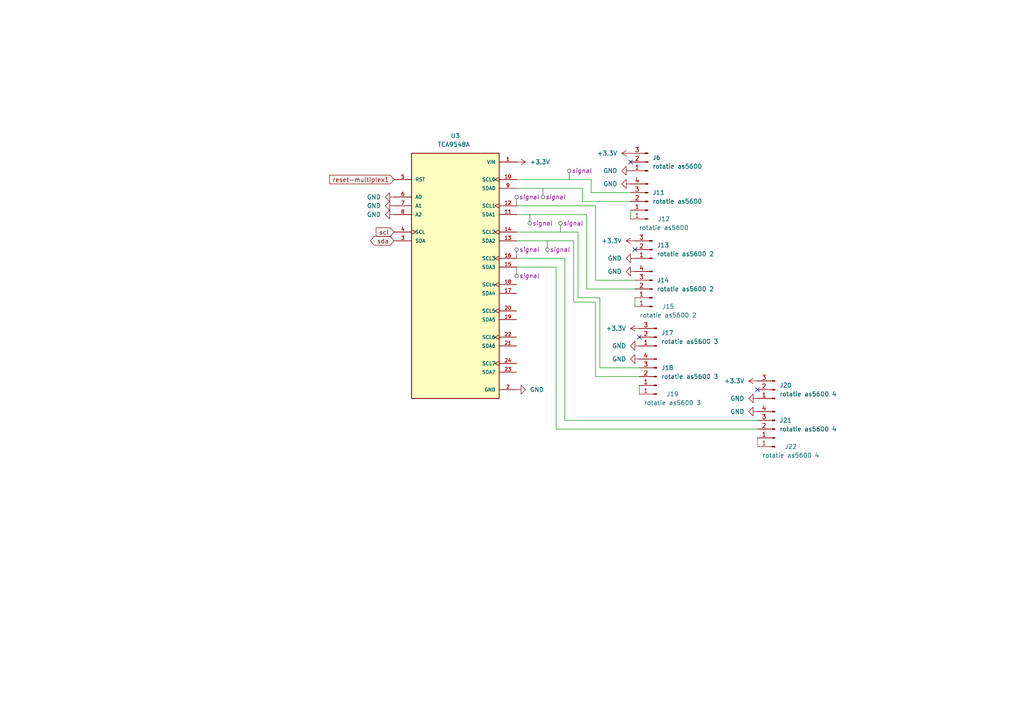
<source format=kicad_sch>
(kicad_sch (version 20231120) (generator "eeschema") (generator_version "8.0")
  (paper "A4")
  (lib_symbols
    (symbol "2717:2717" (pin_names (offset 1.016))
      (property "Reference" "U" (at -12.7 36.322 0))
      (property "Value" "2717" (at -12.7 -38.1 0))
      (symbol "2717_0_0"
        (rectangle (start -12.7 -35.56) (end 12.7 35.56) (stroke (width 0.254)) (fill (type background)))
        (pin power_in line (at 17.78 33.02 180) (length 5.08) (name "VIN") (number "1"))
        (pin output clock (at 17.78 27.94 180) (length 5.08) (name "SCL0") (number "10"))
        (pin bidirectional line (at 17.78 17.78 180) (length 5.08) (name "SDA1") (number "11"))
        (pin output clock (at 17.78 20.32 180) (length 5.08) (name "SCL1") (number "12"))
        (pin bidirectional line (at 17.78 10.16 180) (length 5.08) (name "SDA2") (number "13"))
        (pin output clock (at 17.78 12.7 180) (length 5.08) (name "SCL2") (number "14"))
        (pin bidirectional line (at 17.78 2.54 180) (length 5.08) (name "SDA3") (number "15"))
        (pin output clock (at 17.78 5.08 180) (length 5.08) (name "SCL3") (number "16"))
        (pin bidirectional line (at 17.78 -5.08 180) (length 5.08) (name "SDA4") (number "17"))
        (pin output clock (at 17.78 -2.54 180) (length 5.08) (name "SCL4") (number "18"))
        (pin bidirectional line (at 17.78 -12.7 180) (length 5.08) (name "SDA5") (number "19"))
        (pin power_in line (at 17.78 -33.02 180) (length 5.08) (name "GND") (number "2"))
        (pin output clock (at 17.78 -10.16 180) (length 5.08) (name "SCL5") (number "20"))
        (pin bidirectional line (at 17.78 -20.32 180) (length 5.08) (name "SDA6") (number "21"))
        (pin output clock (at 17.78 -17.78 180) (length 5.08) (name "SCL6") (number "22"))
        (pin bidirectional line (at 17.78 -27.94 180) (length 5.08) (name "SDA7") (number "23"))
        (pin output clock (at 17.78 -25.4 180) (length 5.08) (name "SCL7") (number "24"))
        (pin bidirectional line (at -17.78 10.16 0) (length 5.08) (name "SDA") (number "3"))
        (pin input clock (at -17.78 12.7 0) (length 5.08) (name "SCL") (number "4"))
        (pin input line (at -17.78 27.94 0) (length 5.08) (name "RST") (number "5"))
        (pin input line (at -17.78 22.86 0) (length 5.08) (name "A0") (number "6"))
        (pin input line (at -17.78 20.32 0) (length 5.08) (name "A1") (number "7"))
        (pin input line (at -17.78 17.78 0) (length 5.08) (name "A2") (number "8"))
        (pin bidirectional line (at 17.78 25.4 180) (length 5.08) (name "SDA0") (number "9"))
      )
    )
    (symbol "Connector:Conn_01x01_Pin" (pin_names (offset 1.016) hide)
      (property "Reference" "J" (at 0 2.54 0))
      (property "Value" "Conn_01x01_Pin" (at 0 -2.54 0))
      (symbol "Conn_01x01_Pin_1_1"
        (polyline (pts (xy 1.27 0) (xy 0.8636 0)) (stroke (width 0.1524)))
        (rectangle (start 0.8636 0.127) (end 0 -0.127) (stroke (width 0.1524)) (fill (type outline)))
        (pin passive line (at 5.08 0 180) (length 3.81) (name "Pin_1") (number "1"))
      )
    )
    (symbol "Connector:Conn_01x03_Pin" (pin_names (offset 1.016) hide)
      (property "Reference" "J" (at 0 5.08 0))
      (property "Value" "Conn_01x03_Pin" (at 0 -5.08 0))
      (symbol "Conn_01x03_Pin_1_1"
        (polyline (pts (xy 1.27 -2.54) (xy 0.8636 -2.54)) (stroke (width 0.1524)))
        (polyline (pts (xy 1.27 0) (xy 0.8636 0)) (stroke (width 0.1524)))
        (polyline (pts (xy 1.27 2.54) (xy 0.8636 2.54)) (stroke (width 0.1524)))
        (rectangle (start 0.8636 -2.413) (end 0 -2.667) (stroke (width 0.1524)) (fill (type outline)))
        (rectangle (start 0.8636 0.127) (end 0 -0.127) (stroke (width 0.1524)) (fill (type outline)))
        (rectangle (start 0.8636 2.667) (end 0 2.413) (stroke (width 0.1524)) (fill (type outline)))
        (pin passive line (at 5.08 2.54 180) (length 3.81) (name "Pin_1") (number "1"))
        (pin passive line (at 5.08 0 180) (length 3.81) (name "Pin_2") (number "2"))
        (pin passive line (at 5.08 -2.54 180) (length 3.81) (name "Pin_3") (number "3"))
      )
    )
    (symbol "Connector:Conn_01x04_Pin" (pin_names (offset 1.016) hide)
      (property "Reference" "J" (at 0 5.08 0))
      (property "Value" "Conn_01x04_Pin" (at 0 -7.62 0))
      (symbol "Conn_01x04_Pin_1_1"
        (polyline (pts (xy 1.27 -5.08) (xy 0.8636 -5.08)) (stroke (width 0.1524)))
        (polyline (pts (xy 1.27 -2.54) (xy 0.8636 -2.54)) (stroke (width 0.1524)))
        (polyline (pts (xy 1.27 0) (xy 0.8636 0)) (stroke (width 0.1524)))
        (polyline (pts (xy 1.27 2.54) (xy 0.8636 2.54)) (stroke (width 0.1524)))
        (rectangle (start 0.8636 -4.953) (end 0 -5.207) (stroke (width 0.1524)) (fill (type outline)))
        (rectangle (start 0.8636 -2.413) (end 0 -2.667) (stroke (width 0.1524)) (fill (type outline)))
        (rectangle (start 0.8636 0.127) (end 0 -0.127) (stroke (width 0.1524)) (fill (type outline)))
        (rectangle (start 0.8636 2.667) (end 0 2.413) (stroke (width 0.1524)) (fill (type outline)))
        (pin passive line (at 5.08 2.54 180) (length 3.81) (name "Pin_1") (number "1"))
        (pin passive line (at 5.08 0 180) (length 3.81) (name "Pin_2") (number "2"))
        (pin passive line (at 5.08 -2.54 180) (length 3.81) (name "Pin_3") (number "3"))
        (pin passive line (at 5.08 -5.08 180) (length 3.81) (name "Pin_4") (number "4"))
      )
    )
    (symbol "power:+3.3V" (power) (pin_numbers hide) (pin_names (offset 0) hide)
      (property "Value" "+3.3V" (at 0 3.556 0))
      (symbol "+3.3V_0_1"
        (polyline (pts (xy -0.762 1.27) (xy 0 2.54)))
        (polyline (pts (xy 0 0) (xy 0 2.54)))
        (polyline (pts (xy 0 2.54) (xy 0.762 1.27)))
      )
      (symbol "+3.3V_1_1"
        (pin power_in line (at 0 0 90) (length 0) (name "~") (number "1"))
      )
    )
    (symbol "power:GND" (power) (pin_numbers hide) (pin_names (offset 0) hide)
      (property "Value" "GND" (at 0 -3.81 0))
      (symbol "GND_0_1"
        (polyline (pts (xy 0 0) (xy 0 -1.27) (xy 1.27 -1.27) (xy 0 -2.54) (xy -1.27 -1.27) (xy 0 -1.27)))
      )
      (symbol "GND_1_1"
        (pin power_in line (at 0 0 270) (length 0) (name "~") (number "1"))
      )
    )
  )
  (no_connect (at 184.15 72.39))
  (no_connect (at 219.71 113.03))
  (no_connect (at 182.88 46.99))
  (no_connect (at 185.42 97.79))
  (wire (pts (xy 149.86 77.47) (xy 161.29 77.47)))
  (wire (pts (xy 163.83 121.92) (xy 219.71 121.92)))
  (wire (pts (xy 173.99 106.68) (xy 173.99 86.36)))
  (wire (pts (xy 149.86 69.85) (xy 166.37 69.85)))
  (wire (pts (xy 161.29 124.46) (xy 219.71 124.46)))
  (wire (pts (xy 184.15 81.28) (xy 172.72 81.28)))
  (wire (pts (xy 163.83 121.92) (xy 163.83 74.93)))
  (wire (pts (xy 184.15 88.9) (xy 184.15 86.36)))
  (wire (pts (xy 173.99 86.36) (xy 167.64 86.36)))
  (wire (pts (xy 172.72 87.63) (xy 172.72 109.22)))
  (wire (pts (xy 170.18 83.82) (xy 170.18 62.23)))
  (wire (pts (xy 182.88 63.5) (xy 182.88 60.96)))
  (wire (pts (xy 185.42 106.68) (xy 173.99 106.68)))
  (wire (pts (xy 168.91 54.61) (xy 168.91 58.42)))
  (wire (pts (xy 182.88 55.88) (xy 171.45 55.88)))
  (wire (pts (xy 170.18 83.82) (xy 184.15 83.82)))
  (wire (pts (xy 219.71 129.54) (xy 219.71 127)))
  (wire (pts (xy 172.72 59.69) (xy 149.86 59.69)))
  (wire (pts (xy 185.42 114.3) (xy 185.42 111.76)))
  (wire (pts (xy 161.29 77.47) (xy 161.29 124.46)))
  (wire (pts (xy 149.86 54.61) (xy 168.91 54.61)))
  (wire (pts (xy 163.83 74.93) (xy 149.86 74.93)))
  (wire (pts (xy 172.72 109.22) (xy 185.42 109.22)))
  (wire (pts (xy 172.72 81.28) (xy 172.72 59.69)))
  (wire (pts (xy 167.64 86.36) (xy 167.64 67.31)))
  (wire (pts (xy 171.45 52.07) (xy 149.86 52.07)))
  (wire (pts (xy 170.18 62.23) (xy 149.86 62.23)))
  (wire (pts (xy 166.37 69.85) (xy 166.37 87.63)))
  (wire (pts (xy 167.64 67.31) (xy 149.86 67.31)))
  (wire (pts (xy 168.91 58.42) (xy 182.88 58.42)))
  (wire (pts (xy 171.45 55.88) (xy 171.45 52.07)))
  (wire (pts (xy 166.37 87.63) (xy 172.72 87.63)))
  (global_label "scl" (shape input) (at 114.3 67.31 180) (property "Intersheetrefs" "${INTERSHEET_REFS}" (effects (hide yes))))
  (global_label "reset-multiplex1" (shape input) (at 114.3 52.07 180) (property "Intersheetrefs" "${INTERSHEET_REFS}" (effects (hide yes))))
  (global_label "sda" (shape bidirectional) (at 114.3 69.85 180) (property "Intersheetrefs" "${INTERSHEET_REFS}" (effects (hide yes))))
  (netclass_flag "" (length 2.54) (shape round) (at 149.86 77.47 180) (property "Netclass" "signal" (at 150.5585 80.01 0) (effects (font (italic yes)) (justify left))))
  (netclass_flag "" (length 2.54) (shape round) (at 153.67 62.23 180) (property "Netclass" "signal" (at 154.3685 64.77 0) (effects (font (italic yes)) (justify left))))
  (netclass_flag "" (length 2.54) (shape round) (at 149.86 59.69 0) (property "Netclass" "signal" (at 150.5585 57.15 0) (effects (font (italic yes)) (justify left))))
  (netclass_flag "" (length 2.54) (shape round) (at 157.48 54.61 180) (property "Netclass" "signal" (at 158.1785 57.15 0) (effects (font (italic yes)) (justify left))))
  (netclass_flag "" (length 2.54) (shape round) (at 162.56 67.31 0) (property "Netclass" "signal" (at 163.2585 64.77 0) (effects (font (italic yes)) (justify left))))
  (netclass_flag "" (length 2.54) (shape round) (at 165.1 52.07 0) (property "Netclass" "signal" (at 165.7985 49.53 0) (effects (font (italic yes)) (justify left))))
  (netclass_flag "" (length 2.54) (shape round) (at 158.75 69.85 180) (property "Netclass" "signal" (at 159.4485 72.39 0) (effects (font (italic yes)) (justify left))))
  (netclass_flag "" (length 2.54) (shape round) (at 149.86 74.93 0) (property "Netclass" "signal" (at 150.5585 72.39 0) (effects (font (italic yes)) (justify left))))
  (symbol (lib_id "power:GND") (at 185.42 100.33 270) (unit 1)
    (property "Reference" "#PWR028" (effects (hide yes)))
    (property "Value" "GND" (at 181.61 100.3299 90) (effects (justify right)))
    (property "Description" "Power symbol creates a global label with name \"GND\" , ground" (effects (hide yes)))
  )
  (symbol (lib_id "power:GND") (at 184.15 78.74 270) (unit 1)
    (property "Reference" "#PWR023" (effects (hide yes)))
    (property "Value" "GND" (at 180.34 78.7399 90) (effects (justify right)))
    (property "Description" "Power symbol creates a global label with name \"GND\" , ground" (effects (hide yes)))
  )
  (symbol (lib_id "power:GND") (at 185.42 104.14 270) (unit 1)
    (property "Reference" "#PWR029" (effects (hide yes)))
    (property "Value" "GND" (at 181.61 104.1399 90) (effects (justify right)))
    (property "Description" "Power symbol creates a global label with name \"GND\" , ground" (effects (hide yes)))
  )
  (symbol (lib_id "Connector:Conn_01x03_Pin") (at 189.23 72.39 180) (unit 1)
    (property "Reference" "J13" (at 190.5 71.1199 0) (effects (justify right)))
    (property "Value" "rotatie as5600 2" (at 190.5 73.6599 0) (effects (justify right)))
    (property "Footprint" "Connector_PinHeader_2.54mm:PinHeader_1x03_P2.54mm_Vertical" (effects (hide yes)))
    (property "Description" "Generic connector, single row, 01x03, script generated" (effects (hide yes)))
  )
  (symbol (lib_id "power:+3.3V") (at 182.88 44.45 90) (unit 1)
    (property "Reference" "#PWR018" (effects (hide yes)))
    (property "Value" "+3.3V" (at 179.07 44.4499 90) (effects (justify left)))
    (property "Description" "Power symbol creates a global label with name \"+3.3V\"" (effects (hide yes)))
  )
  (symbol (lib_id "Connector:Conn_01x04_Pin") (at 190.5 109.22 180) (unit 1)
    (property "Reference" "J18" (at 191.77 106.6799 0) (effects (justify right)))
    (property "Value" "rotatie as5600 3" (at 191.77 109.2199 0) (effects (justify right)))
    (property "Footprint" "Connector_PinHeader_2.54mm:PinHeader_1x04_P2.54mm_Vertical" (effects (hide yes)))
    (property "Description" "Generic connector, single row, 01x04, script generated" (effects (hide yes)))
  )
  (symbol (lib_id "power:+3.3V") (at 219.71 110.49 90) (unit 1)
    (property "Reference" "#PWR030" (effects (hide yes)))
    (property "Value" "+3.3V" (at 215.9 110.4899 90) (effects (justify left)))
    (property "Description" "Power symbol creates a global label with name \"+3.3V\"" (effects (hide yes)))
  )
  (symbol (lib_id "power:GND") (at 219.71 115.57 270) (unit 1)
    (property "Reference" "#PWR031" (effects (hide yes)))
    (property "Value" "GND" (at 215.9 115.5699 90) (effects (justify right)))
    (property "Description" "Power symbol creates a global label with name \"GND\" , ground" (effects (hide yes)))
  )
  (symbol (lib_id "power:GND") (at 219.71 119.38 270) (unit 1)
    (property "Reference" "#PWR032" (effects (hide yes)))
    (property "Value" "GND" (at 215.9 119.3799 90) (effects (justify right)))
    (property "Description" "Power symbol creates a global label with name \"GND\" , ground" (effects (hide yes)))
  )
  (symbol (lib_id "power:GND") (at 149.86 113.03 90) (unit 1)
    (property "Reference" "#PWR017" (effects (hide yes)))
    (property "Value" "GND" (at 153.67 113.0299 90) (effects (justify right)))
    (property "Description" "Power symbol creates a global label with name \"GND\" , ground" (effects (hide yes)))
  )
  (symbol (lib_id "power:GND") (at 182.88 49.53 270) (unit 1)
    (property "Reference" "#PWR019" (effects (hide yes)))
    (property "Value" "GND" (at 179.07 49.5299 90) (effects (justify right)))
    (property "Description" "Power symbol creates a global label with name \"GND\" , ground" (effects (hide yes)))
  )
  (symbol (lib_id "power:GND") (at 114.3 59.69 270) (unit 1)
    (property "Reference" "#PWR012" (effects (hide yes)))
    (property "Value" "GND" (at 110.49 59.6899 90) (effects (justify right)))
    (property "Description" "Power symbol creates a global label with name \"GND\" , ground" (effects (hide yes)))
  )
  (symbol (lib_id "power:GND") (at 182.88 53.34 270) (unit 1)
    (property "Reference" "#PWR020" (effects (hide yes)))
    (property "Value" "GND" (at 179.07 53.3399 90) (effects (justify right)))
    (property "Description" "Power symbol creates a global label with name \"GND\" , ground" (effects (hide yes)))
  )
  (symbol (lib_id "Connector:Conn_01x03_Pin") (at 224.79 113.03 180) (unit 1)
    (property "Reference" "J20" (at 226.06 111.7599 0) (effects (justify right)))
    (property "Value" "rotatie as5600 4" (at 226.06 114.2999 0) (effects (justify right)))
    (property "Footprint" "Connector_PinHeader_2.54mm:PinHeader_1x03_P2.54mm_Vertical" (effects (hide yes)))
    (property "Description" "Generic connector, single row, 01x03, script generated" (effects (hide yes)))
  )
  (symbol (lib_id "power:+3.3V") (at 149.86 46.99 270) (unit 1)
    (property "Reference" "#PWR016" (effects (hide yes)))
    (property "Value" "+3.3V" (at 153.67 46.9899 90) (effects (justify left)))
    (property "Description" "Power symbol creates a global label with name \"+3.3V\"" (effects (hide yes)))
  )
  (symbol (lib_id "Connector:Conn_01x03_Pin") (at 190.5 97.79 180) (unit 1)
    (property "Reference" "J17" (at 191.77 96.5199 0) (effects (justify right)))
    (property "Value" "rotatie as5600 3" (at 191.77 99.0599 0) (effects (justify right)))
    (property "Footprint" "Connector_PinHeader_2.54mm:PinHeader_1x03_P2.54mm_Vertical" (effects (hide yes)))
    (property "Description" "Generic connector, single row, 01x03, script generated" (effects (hide yes)))
  )
  (symbol (lib_id "power:GND") (at 114.3 62.23 270) (unit 1)
    (property "Reference" "#PWR013" (effects (hide yes)))
    (property "Value" "GND" (at 110.49 62.2299 90) (effects (justify right)))
    (property "Description" "Power symbol creates a global label with name \"GND\" , ground" (effects (hide yes)))
  )
  (symbol (lib_id "Connector:Conn_01x01_Pin") (at 224.79 129.54 180) (unit 1)
    (property "Reference" "J22" (at 229.362 129.54 0))
    (property "Value" "rotatie as5600 4" (at 229.362 132.08 0))
    (property "Footprint" "Connector_PinHeader_2.54mm:PinHeader_1x01_P2.54mm_Vertical" (effects (hide yes)))
    (property "Description" "Generic connector, single row, 01x01, script generated" (effects (hide yes)))
  )
  (symbol (lib_id "power:+3.3V") (at 184.15 69.85 90) (unit 1)
    (property "Reference" "#PWR021" (effects (hide yes)))
    (property "Value" "+3.3V" (at 180.34 69.8499 90) (effects (justify left)))
    (property "Description" "Power symbol creates a global label with name \"+3.3V\"" (effects (hide yes)))
  )
  (symbol (lib_id "power:+3.3V") (at 185.42 95.25 90) (unit 1)
    (property "Reference" "#PWR027" (effects (hide yes)))
    (property "Value" "+3.3V" (at 181.61 95.2499 90) (effects (justify left)))
    (property "Description" "Power symbol creates a global label with name \"+3.3V\"" (effects (hide yes)))
  )
  (symbol (lib_id "Connector:Conn_01x01_Pin") (at 187.96 63.5 180) (unit 1)
    (property "Reference" "J12" (at 192.532 63.5 0))
    (property "Value" "rotatie as5600" (at 192.532 66.04 0))
    (property "Footprint" "Connector_PinHeader_2.54mm:PinHeader_1x01_P2.54mm_Vertical" (effects (hide yes)))
    (property "Description" "Generic connector, single row, 01x01, script generated" (effects (hide yes)))
  )
  (symbol (lib_id "2717:2717") (at 132.08 80.01 0) (unit 1)
    (property "Reference" "U3" (at 132.08 39.37 0))
    (property "Value" "TCA9548A " (at 132.08 41.91 0))
    (property "Footprint" "2717:MODULE_2717" (effects (hide yes)))
    (property "MF" "Adafruit" (effects (hide yes)))
    (property "MAXIMUM_PACKAGE_HEIGHT" "2.7mm" (effects (hide yes)))
    (property "Package" "None" (effects (hide yes)))
    (property "Price" "None" (effects (hide yes)))
    (property "Check_prices" "https://www.snapeda.com/parts/2717/Adafruit+Industries+LLC/view-part/?ref=eda" (effects (hide yes)))
    (property "STANDARD" "Manufacturer Recommendations" (effects (hide yes)))
    (property "PARTREV" "Sep 11, 2015" (effects (hide yes)))
    (property "SnapEDA_Link" "https://www.snapeda.com/parts/2717/Adafruit+Industries+LLC/view-part/?ref=snap" (effects (hide yes)))
    (property "MP" "2717" (effects (hide yes)))
    (property "Description_1" "\nModule: multiplexer; I2C interface multiplexer; TCA9548A; 3÷5VDC\n" (effects (hide yes)))
    (property "MANUFACTURER" "Adafruit" (effects (hide yes)))
    (property "Availability" "In Stock" (effects (hide yes)))
    (property "SNAPEDA_PN" "2717" (effects (hide yes)))
  )
  (symbol (lib_id "Connector:Conn_01x01_Pin") (at 190.5 114.3 180) (unit 1)
    (property "Reference" "J19" (at 195.072 114.3 0))
    (property "Value" "rotatie as5600 3" (at 195.072 116.84 0))
    (property "Footprint" "Connector_PinHeader_2.54mm:PinHeader_1x01_P2.54mm_Vertical" (effects (hide yes)))
    (property "Description" "Generic connector, single row, 01x01, script generated" (effects (hide yes)))
  )
  (symbol (lib_id "power:GND") (at 114.3 57.15 270) (unit 1)
    (property "Reference" "#PWR09" (effects (hide yes)))
    (property "Value" "GND" (at 110.49 57.1499 90) (effects (justify right)))
    (property "Description" "Power symbol creates a global label with name \"GND\" , ground" (effects (hide yes)))
  )
  (symbol (lib_id "Connector:Conn_01x04_Pin") (at 187.96 58.42 180) (unit 1)
    (property "Reference" "J11" (at 189.23 55.8799 0) (effects (justify right)))
    (property "Value" "rotatie as5600" (at 189.23 58.4199 0) (effects (justify right)))
    (property "Footprint" "Connector_PinHeader_2.54mm:PinHeader_1x04_P2.54mm_Vertical" (effects (hide yes)))
    (property "Description" "Generic connector, single row, 01x04, script generated" (effects (hide yes)))
  )
  (symbol (lib_id "Connector:Conn_01x04_Pin") (at 224.79 124.46 180) (unit 1)
    (property "Reference" "J21" (at 226.06 121.9199 0) (effects (justify right)))
    (property "Value" "rotatie as5600 4" (at 226.06 124.4599 0) (effects (justify right)))
    (property "Footprint" "Connector_PinHeader_2.54mm:PinHeader_1x04_P2.54mm_Vertical" (effects (hide yes)))
    (property "Description" "Generic connector, single row, 01x04, script generated" (effects (hide yes)))
  )
  (symbol (lib_id "Connector:Conn_01x03_Pin") (at 187.96 46.99 180) (unit 1)
    (property "Reference" "J6" (at 189.23 45.7199 0) (effects (justify right)))
    (property "Value" "rotatie as5600" (at 189.23 48.2599 0) (effects (justify right)))
    (property "Footprint" "Connector_PinHeader_2.54mm:PinHeader_1x03_P2.54mm_Vertical" (effects (hide yes)))
    (property "Description" "Generic connector, single row, 01x03, script generated" (effects (hide yes)))
  )
  (symbol (lib_id "power:GND") (at 184.15 74.93 270) (unit 1)
    (property "Reference" "#PWR022" (effects (hide yes)))
    (property "Value" "GND" (at 180.34 74.9299 90) (effects (justify right)))
    (property "Description" "Power symbol creates a global label with name \"GND\" , ground" (effects (hide yes)))
  )
  (symbol (lib_id "Connector:Conn_01x01_Pin") (at 189.23 88.9 180) (unit 1)
    (property "Reference" "J15" (at 193.802 88.9 0))
    (property "Value" "rotatie as5600 2" (at 193.802 91.44 0))
    (property "Footprint" "Connector_PinHeader_2.54mm:PinHeader_1x01_P2.54mm_Vertical" (effects (hide yes)))
    (property "Description" "Generic connector, single row, 01x01, script generated" (effects (hide yes)))
  )
  (symbol (lib_id "Connector:Conn_01x04_Pin") (at 189.23 83.82 180) (unit 1)
    (property "Reference" "J14" (at 190.5 81.2799 0) (effects (justify right)))
    (property "Value" "rotatie as5600 2" (at 190.5 83.8199 0) (effects (justify right)))
    (property "Footprint" "Connector_PinHeader_2.54mm:PinHeader_1x04_P2.54mm_Vertical" (effects (hide yes)))
    (property "Description" "Generic connector, single row, 01x04, script generated" (effects (hide yes)))
  )
)
</source>
